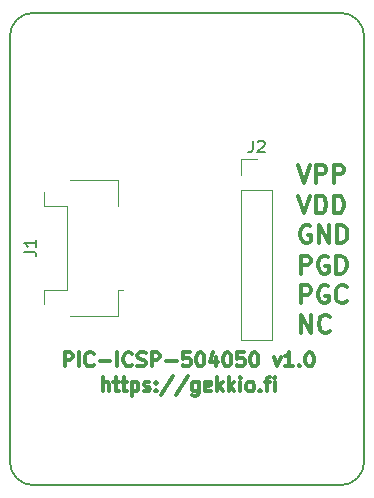
<source format=gbr>
G04 #@! TF.GenerationSoftware,KiCad,Pcbnew,5.1.6-c6e7f7d~86~ubuntu20.04.1*
G04 #@! TF.CreationDate,2020-05-17T01:17:36+03:00*
G04 #@! TF.ProjectId,PIC-ICSP-504050,5049432d-4943-4535-902d-353034303530,v1.0*
G04 #@! TF.SameCoordinates,Original*
G04 #@! TF.FileFunction,Legend,Top*
G04 #@! TF.FilePolarity,Positive*
%FSLAX46Y46*%
G04 Gerber Fmt 4.6, Leading zero omitted, Abs format (unit mm)*
G04 Created by KiCad (PCBNEW 5.1.6-c6e7f7d~86~ubuntu20.04.1) date 2020-05-17 01:17:36*
%MOMM*%
%LPD*%
G01*
G04 APERTURE LIST*
G04 #@! TA.AperFunction,Profile*
%ADD10C,0.150000*%
G04 #@! TD*
%ADD11C,0.300000*%
%ADD12C,0.120000*%
%ADD13C,0.150000*%
G04 APERTURE END LIST*
D10*
X78000000Y-50000000D02*
G75*
G02*
X80000000Y-52000000I0J-2000000D01*
G01*
X80000000Y-88000000D02*
G75*
G02*
X78000000Y-90000000I-2000000J0D01*
G01*
X52000000Y-90000000D02*
G75*
G02*
X50000000Y-88000000I0J2000000D01*
G01*
X50000000Y-52000000D02*
G75*
G02*
X52000000Y-50000000I2000000J0D01*
G01*
D11*
X54635714Y-79942857D02*
X54635714Y-78742857D01*
X55092857Y-78742857D01*
X55207142Y-78800000D01*
X55264285Y-78857142D01*
X55321428Y-78971428D01*
X55321428Y-79142857D01*
X55264285Y-79257142D01*
X55207142Y-79314285D01*
X55092857Y-79371428D01*
X54635714Y-79371428D01*
X55835714Y-79942857D02*
X55835714Y-78742857D01*
X57092857Y-79828571D02*
X57035714Y-79885714D01*
X56864285Y-79942857D01*
X56750000Y-79942857D01*
X56578571Y-79885714D01*
X56464285Y-79771428D01*
X56407142Y-79657142D01*
X56350000Y-79428571D01*
X56350000Y-79257142D01*
X56407142Y-79028571D01*
X56464285Y-78914285D01*
X56578571Y-78800000D01*
X56750000Y-78742857D01*
X56864285Y-78742857D01*
X57035714Y-78800000D01*
X57092857Y-78857142D01*
X57607142Y-79485714D02*
X58521428Y-79485714D01*
X59092857Y-79942857D02*
X59092857Y-78742857D01*
X60350000Y-79828571D02*
X60292857Y-79885714D01*
X60121428Y-79942857D01*
X60007142Y-79942857D01*
X59835714Y-79885714D01*
X59721428Y-79771428D01*
X59664285Y-79657142D01*
X59607142Y-79428571D01*
X59607142Y-79257142D01*
X59664285Y-79028571D01*
X59721428Y-78914285D01*
X59835714Y-78800000D01*
X60007142Y-78742857D01*
X60121428Y-78742857D01*
X60292857Y-78800000D01*
X60350000Y-78857142D01*
X60807142Y-79885714D02*
X60978571Y-79942857D01*
X61264285Y-79942857D01*
X61378571Y-79885714D01*
X61435714Y-79828571D01*
X61492857Y-79714285D01*
X61492857Y-79600000D01*
X61435714Y-79485714D01*
X61378571Y-79428571D01*
X61264285Y-79371428D01*
X61035714Y-79314285D01*
X60921428Y-79257142D01*
X60864285Y-79200000D01*
X60807142Y-79085714D01*
X60807142Y-78971428D01*
X60864285Y-78857142D01*
X60921428Y-78800000D01*
X61035714Y-78742857D01*
X61321428Y-78742857D01*
X61492857Y-78800000D01*
X62007142Y-79942857D02*
X62007142Y-78742857D01*
X62464285Y-78742857D01*
X62578571Y-78800000D01*
X62635714Y-78857142D01*
X62692857Y-78971428D01*
X62692857Y-79142857D01*
X62635714Y-79257142D01*
X62578571Y-79314285D01*
X62464285Y-79371428D01*
X62007142Y-79371428D01*
X63207142Y-79485714D02*
X64121428Y-79485714D01*
X65264285Y-78742857D02*
X64692857Y-78742857D01*
X64635714Y-79314285D01*
X64692857Y-79257142D01*
X64807142Y-79200000D01*
X65092857Y-79200000D01*
X65207142Y-79257142D01*
X65264285Y-79314285D01*
X65321428Y-79428571D01*
X65321428Y-79714285D01*
X65264285Y-79828571D01*
X65207142Y-79885714D01*
X65092857Y-79942857D01*
X64807142Y-79942857D01*
X64692857Y-79885714D01*
X64635714Y-79828571D01*
X66064285Y-78742857D02*
X66178571Y-78742857D01*
X66292857Y-78800000D01*
X66350000Y-78857142D01*
X66407142Y-78971428D01*
X66464285Y-79200000D01*
X66464285Y-79485714D01*
X66407142Y-79714285D01*
X66350000Y-79828571D01*
X66292857Y-79885714D01*
X66178571Y-79942857D01*
X66064285Y-79942857D01*
X65950000Y-79885714D01*
X65892857Y-79828571D01*
X65835714Y-79714285D01*
X65778571Y-79485714D01*
X65778571Y-79200000D01*
X65835714Y-78971428D01*
X65892857Y-78857142D01*
X65950000Y-78800000D01*
X66064285Y-78742857D01*
X67492857Y-79142857D02*
X67492857Y-79942857D01*
X67207142Y-78685714D02*
X66921428Y-79542857D01*
X67664285Y-79542857D01*
X68350000Y-78742857D02*
X68464285Y-78742857D01*
X68578571Y-78800000D01*
X68635714Y-78857142D01*
X68692857Y-78971428D01*
X68750000Y-79200000D01*
X68750000Y-79485714D01*
X68692857Y-79714285D01*
X68635714Y-79828571D01*
X68578571Y-79885714D01*
X68464285Y-79942857D01*
X68350000Y-79942857D01*
X68235714Y-79885714D01*
X68178571Y-79828571D01*
X68121428Y-79714285D01*
X68064285Y-79485714D01*
X68064285Y-79200000D01*
X68121428Y-78971428D01*
X68178571Y-78857142D01*
X68235714Y-78800000D01*
X68350000Y-78742857D01*
X69835714Y-78742857D02*
X69264285Y-78742857D01*
X69207142Y-79314285D01*
X69264285Y-79257142D01*
X69378571Y-79200000D01*
X69664285Y-79200000D01*
X69778571Y-79257142D01*
X69835714Y-79314285D01*
X69892857Y-79428571D01*
X69892857Y-79714285D01*
X69835714Y-79828571D01*
X69778571Y-79885714D01*
X69664285Y-79942857D01*
X69378571Y-79942857D01*
X69264285Y-79885714D01*
X69207142Y-79828571D01*
X70635714Y-78742857D02*
X70750000Y-78742857D01*
X70864285Y-78800000D01*
X70921428Y-78857142D01*
X70978571Y-78971428D01*
X71035714Y-79200000D01*
X71035714Y-79485714D01*
X70978571Y-79714285D01*
X70921428Y-79828571D01*
X70864285Y-79885714D01*
X70750000Y-79942857D01*
X70635714Y-79942857D01*
X70521428Y-79885714D01*
X70464285Y-79828571D01*
X70407142Y-79714285D01*
X70350000Y-79485714D01*
X70350000Y-79200000D01*
X70407142Y-78971428D01*
X70464285Y-78857142D01*
X70521428Y-78800000D01*
X70635714Y-78742857D01*
X72349999Y-79142857D02*
X72635714Y-79942857D01*
X72921428Y-79142857D01*
X74007142Y-79942857D02*
X73321428Y-79942857D01*
X73664285Y-79942857D02*
X73664285Y-78742857D01*
X73549999Y-78914285D01*
X73435714Y-79028571D01*
X73321428Y-79085714D01*
X74521428Y-79828571D02*
X74578571Y-79885714D01*
X74521428Y-79942857D01*
X74464285Y-79885714D01*
X74521428Y-79828571D01*
X74521428Y-79942857D01*
X75321428Y-78742857D02*
X75435714Y-78742857D01*
X75549999Y-78800000D01*
X75607142Y-78857142D01*
X75664285Y-78971428D01*
X75721428Y-79200000D01*
X75721428Y-79485714D01*
X75664285Y-79714285D01*
X75607142Y-79828571D01*
X75549999Y-79885714D01*
X75435714Y-79942857D01*
X75321428Y-79942857D01*
X75207142Y-79885714D01*
X75149999Y-79828571D01*
X75092857Y-79714285D01*
X75035714Y-79485714D01*
X75035714Y-79200000D01*
X75092857Y-78971428D01*
X75149999Y-78857142D01*
X75207142Y-78800000D01*
X75321428Y-78742857D01*
X57864285Y-82042857D02*
X57864285Y-80842857D01*
X58378571Y-82042857D02*
X58378571Y-81414285D01*
X58321428Y-81300000D01*
X58207142Y-81242857D01*
X58035714Y-81242857D01*
X57921428Y-81300000D01*
X57864285Y-81357142D01*
X58778571Y-81242857D02*
X59235714Y-81242857D01*
X58950000Y-80842857D02*
X58950000Y-81871428D01*
X59007142Y-81985714D01*
X59121428Y-82042857D01*
X59235714Y-82042857D01*
X59464285Y-81242857D02*
X59921428Y-81242857D01*
X59635714Y-80842857D02*
X59635714Y-81871428D01*
X59692857Y-81985714D01*
X59807142Y-82042857D01*
X59921428Y-82042857D01*
X60321428Y-81242857D02*
X60321428Y-82442857D01*
X60321428Y-81300000D02*
X60435714Y-81242857D01*
X60664285Y-81242857D01*
X60778571Y-81300000D01*
X60835714Y-81357142D01*
X60892857Y-81471428D01*
X60892857Y-81814285D01*
X60835714Y-81928571D01*
X60778571Y-81985714D01*
X60664285Y-82042857D01*
X60435714Y-82042857D01*
X60321428Y-81985714D01*
X61350000Y-81985714D02*
X61464285Y-82042857D01*
X61692857Y-82042857D01*
X61807142Y-81985714D01*
X61864285Y-81871428D01*
X61864285Y-81814285D01*
X61807142Y-81700000D01*
X61692857Y-81642857D01*
X61521428Y-81642857D01*
X61407142Y-81585714D01*
X61350000Y-81471428D01*
X61350000Y-81414285D01*
X61407142Y-81300000D01*
X61521428Y-81242857D01*
X61692857Y-81242857D01*
X61807142Y-81300000D01*
X62378571Y-81928571D02*
X62435714Y-81985714D01*
X62378571Y-82042857D01*
X62321428Y-81985714D01*
X62378571Y-81928571D01*
X62378571Y-82042857D01*
X62378571Y-81300000D02*
X62435714Y-81357142D01*
X62378571Y-81414285D01*
X62321428Y-81357142D01*
X62378571Y-81300000D01*
X62378571Y-81414285D01*
X63807142Y-80785714D02*
X62778571Y-82328571D01*
X65064285Y-80785714D02*
X64035714Y-82328571D01*
X65978571Y-81242857D02*
X65978571Y-82214285D01*
X65921428Y-82328571D01*
X65864285Y-82385714D01*
X65750000Y-82442857D01*
X65578571Y-82442857D01*
X65464285Y-82385714D01*
X65978571Y-81985714D02*
X65864285Y-82042857D01*
X65635714Y-82042857D01*
X65521428Y-81985714D01*
X65464285Y-81928571D01*
X65407142Y-81814285D01*
X65407142Y-81471428D01*
X65464285Y-81357142D01*
X65521428Y-81300000D01*
X65635714Y-81242857D01*
X65864285Y-81242857D01*
X65978571Y-81300000D01*
X67007142Y-81985714D02*
X66892857Y-82042857D01*
X66664285Y-82042857D01*
X66550000Y-81985714D01*
X66492857Y-81871428D01*
X66492857Y-81414285D01*
X66550000Y-81300000D01*
X66664285Y-81242857D01*
X66892857Y-81242857D01*
X67007142Y-81300000D01*
X67064285Y-81414285D01*
X67064285Y-81528571D01*
X66492857Y-81642857D01*
X67578571Y-82042857D02*
X67578571Y-80842857D01*
X67692857Y-81585714D02*
X68035714Y-82042857D01*
X68035714Y-81242857D02*
X67578571Y-81700000D01*
X68550000Y-82042857D02*
X68550000Y-80842857D01*
X68664285Y-81585714D02*
X69007142Y-82042857D01*
X69007142Y-81242857D02*
X68550000Y-81700000D01*
X69521428Y-82042857D02*
X69521428Y-81242857D01*
X69521428Y-80842857D02*
X69464285Y-80900000D01*
X69521428Y-80957142D01*
X69578571Y-80900000D01*
X69521428Y-80842857D01*
X69521428Y-80957142D01*
X70264285Y-82042857D02*
X70150000Y-81985714D01*
X70092857Y-81928571D01*
X70035714Y-81814285D01*
X70035714Y-81471428D01*
X70092857Y-81357142D01*
X70150000Y-81300000D01*
X70264285Y-81242857D01*
X70435714Y-81242857D01*
X70550000Y-81300000D01*
X70607142Y-81357142D01*
X70664285Y-81471428D01*
X70664285Y-81814285D01*
X70607142Y-81928571D01*
X70550000Y-81985714D01*
X70435714Y-82042857D01*
X70264285Y-82042857D01*
X71178571Y-81928571D02*
X71235714Y-81985714D01*
X71178571Y-82042857D01*
X71121428Y-81985714D01*
X71178571Y-81928571D01*
X71178571Y-82042857D01*
X71578571Y-81242857D02*
X72035714Y-81242857D01*
X71750000Y-82042857D02*
X71750000Y-81014285D01*
X71807142Y-80900000D01*
X71921428Y-80842857D01*
X72035714Y-80842857D01*
X72435714Y-82042857D02*
X72435714Y-81242857D01*
X72435714Y-80842857D02*
X72378571Y-80900000D01*
X72435714Y-80957142D01*
X72492857Y-80900000D01*
X72435714Y-80842857D01*
X72435714Y-80957142D01*
X74652142Y-77078571D02*
X74652142Y-75578571D01*
X75509285Y-77078571D01*
X75509285Y-75578571D01*
X77080714Y-76935714D02*
X77009285Y-77007142D01*
X76795000Y-77078571D01*
X76652142Y-77078571D01*
X76437857Y-77007142D01*
X76295000Y-76864285D01*
X76223571Y-76721428D01*
X76152142Y-76435714D01*
X76152142Y-76221428D01*
X76223571Y-75935714D01*
X76295000Y-75792857D01*
X76437857Y-75650000D01*
X76652142Y-75578571D01*
X76795000Y-75578571D01*
X77009285Y-75650000D01*
X77080714Y-75721428D01*
X74652142Y-74578571D02*
X74652142Y-73078571D01*
X75223571Y-73078571D01*
X75366428Y-73150000D01*
X75437857Y-73221428D01*
X75509285Y-73364285D01*
X75509285Y-73578571D01*
X75437857Y-73721428D01*
X75366428Y-73792857D01*
X75223571Y-73864285D01*
X74652142Y-73864285D01*
X76937857Y-73150000D02*
X76795000Y-73078571D01*
X76580714Y-73078571D01*
X76366428Y-73150000D01*
X76223571Y-73292857D01*
X76152142Y-73435714D01*
X76080714Y-73721428D01*
X76080714Y-73935714D01*
X76152142Y-74221428D01*
X76223571Y-74364285D01*
X76366428Y-74507142D01*
X76580714Y-74578571D01*
X76723571Y-74578571D01*
X76937857Y-74507142D01*
X77009285Y-74435714D01*
X77009285Y-73935714D01*
X76723571Y-73935714D01*
X78509285Y-74435714D02*
X78437857Y-74507142D01*
X78223571Y-74578571D01*
X78080714Y-74578571D01*
X77866428Y-74507142D01*
X77723571Y-74364285D01*
X77652142Y-74221428D01*
X77580714Y-73935714D01*
X77580714Y-73721428D01*
X77652142Y-73435714D01*
X77723571Y-73292857D01*
X77866428Y-73150000D01*
X78080714Y-73078571D01*
X78223571Y-73078571D01*
X78437857Y-73150000D01*
X78509285Y-73221428D01*
X74652142Y-72078571D02*
X74652142Y-70578571D01*
X75223571Y-70578571D01*
X75366428Y-70650000D01*
X75437857Y-70721428D01*
X75509285Y-70864285D01*
X75509285Y-71078571D01*
X75437857Y-71221428D01*
X75366428Y-71292857D01*
X75223571Y-71364285D01*
X74652142Y-71364285D01*
X76937857Y-70650000D02*
X76795000Y-70578571D01*
X76580714Y-70578571D01*
X76366428Y-70650000D01*
X76223571Y-70792857D01*
X76152142Y-70935714D01*
X76080714Y-71221428D01*
X76080714Y-71435714D01*
X76152142Y-71721428D01*
X76223571Y-71864285D01*
X76366428Y-72007142D01*
X76580714Y-72078571D01*
X76723571Y-72078571D01*
X76937857Y-72007142D01*
X77009285Y-71935714D01*
X77009285Y-71435714D01*
X76723571Y-71435714D01*
X77652142Y-72078571D02*
X77652142Y-70578571D01*
X78009285Y-70578571D01*
X78223571Y-70650000D01*
X78366428Y-70792857D01*
X78437857Y-70935714D01*
X78509285Y-71221428D01*
X78509285Y-71435714D01*
X78437857Y-71721428D01*
X78366428Y-71864285D01*
X78223571Y-72007142D01*
X78009285Y-72078571D01*
X77652142Y-72078571D01*
X75437857Y-68050000D02*
X75295000Y-67978571D01*
X75080714Y-67978571D01*
X74866428Y-68050000D01*
X74723571Y-68192857D01*
X74652142Y-68335714D01*
X74580714Y-68621428D01*
X74580714Y-68835714D01*
X74652142Y-69121428D01*
X74723571Y-69264285D01*
X74866428Y-69407142D01*
X75080714Y-69478571D01*
X75223571Y-69478571D01*
X75437857Y-69407142D01*
X75509285Y-69335714D01*
X75509285Y-68835714D01*
X75223571Y-68835714D01*
X76152142Y-69478571D02*
X76152142Y-67978571D01*
X77009285Y-69478571D01*
X77009285Y-67978571D01*
X77723571Y-69478571D02*
X77723571Y-67978571D01*
X78080714Y-67978571D01*
X78295000Y-68050000D01*
X78437857Y-68192857D01*
X78509285Y-68335714D01*
X78580714Y-68621428D01*
X78580714Y-68835714D01*
X78509285Y-69121428D01*
X78437857Y-69264285D01*
X78295000Y-69407142D01*
X78080714Y-69478571D01*
X77723571Y-69478571D01*
X74437857Y-65478571D02*
X74937857Y-66978571D01*
X75437857Y-65478571D01*
X75937857Y-66978571D02*
X75937857Y-65478571D01*
X76295000Y-65478571D01*
X76509285Y-65550000D01*
X76652142Y-65692857D01*
X76723571Y-65835714D01*
X76795000Y-66121428D01*
X76795000Y-66335714D01*
X76723571Y-66621428D01*
X76652142Y-66764285D01*
X76509285Y-66907142D01*
X76295000Y-66978571D01*
X75937857Y-66978571D01*
X77437857Y-66978571D02*
X77437857Y-65478571D01*
X77795000Y-65478571D01*
X78009285Y-65550000D01*
X78152142Y-65692857D01*
X78223571Y-65835714D01*
X78295000Y-66121428D01*
X78295000Y-66335714D01*
X78223571Y-66621428D01*
X78152142Y-66764285D01*
X78009285Y-66907142D01*
X77795000Y-66978571D01*
X77437857Y-66978571D01*
X74437857Y-62878571D02*
X74937857Y-64378571D01*
X75437857Y-62878571D01*
X75937857Y-64378571D02*
X75937857Y-62878571D01*
X76509285Y-62878571D01*
X76652142Y-62950000D01*
X76723571Y-63021428D01*
X76795000Y-63164285D01*
X76795000Y-63378571D01*
X76723571Y-63521428D01*
X76652142Y-63592857D01*
X76509285Y-63664285D01*
X75937857Y-63664285D01*
X77437857Y-64378571D02*
X77437857Y-62878571D01*
X78009285Y-62878571D01*
X78152142Y-62950000D01*
X78223571Y-63021428D01*
X78295000Y-63164285D01*
X78295000Y-63378571D01*
X78223571Y-63521428D01*
X78152142Y-63592857D01*
X78009285Y-63664285D01*
X77437857Y-63664285D01*
D10*
X50000000Y-88000000D02*
X50000000Y-52000000D01*
X52000000Y-90000000D02*
X78000000Y-90000000D01*
X80000000Y-52000000D02*
X80000000Y-88000000D01*
X52000000Y-50000000D02*
X78000000Y-50000000D01*
D12*
X55065000Y-75635000D02*
X59195000Y-75635000D01*
X59195000Y-75635000D02*
X59195000Y-73460000D01*
X59195000Y-73460000D02*
X59595000Y-73460000D01*
X55065000Y-64165000D02*
X59195000Y-64165000D01*
X59195000Y-64165000D02*
X59195000Y-66340000D01*
X52875000Y-74620000D02*
X52875000Y-73465000D01*
X52875000Y-73465000D02*
X54875000Y-73465000D01*
X54875000Y-73465000D02*
X54875000Y-66335000D01*
X54875000Y-66335000D02*
X52875000Y-66335000D01*
X52875000Y-66335000D02*
X52875000Y-65180000D01*
X69570000Y-77730000D02*
X72230000Y-77730000D01*
X69570000Y-64970000D02*
X69570000Y-77730000D01*
X72230000Y-64970000D02*
X72230000Y-77730000D01*
X69570000Y-64970000D02*
X72230000Y-64970000D01*
X69570000Y-63700000D02*
X69570000Y-62370000D01*
X69570000Y-62370000D02*
X70900000Y-62370000D01*
D13*
X51232380Y-70233333D02*
X51946666Y-70233333D01*
X52089523Y-70280952D01*
X52184761Y-70376190D01*
X52232380Y-70519047D01*
X52232380Y-70614285D01*
X52232380Y-69233333D02*
X52232380Y-69804761D01*
X52232380Y-69519047D02*
X51232380Y-69519047D01*
X51375238Y-69614285D01*
X51470476Y-69709523D01*
X51518095Y-69804761D01*
X70566666Y-60822380D02*
X70566666Y-61536666D01*
X70519047Y-61679523D01*
X70423809Y-61774761D01*
X70280952Y-61822380D01*
X70185714Y-61822380D01*
X70995238Y-60917619D02*
X71042857Y-60870000D01*
X71138095Y-60822380D01*
X71376190Y-60822380D01*
X71471428Y-60870000D01*
X71519047Y-60917619D01*
X71566666Y-61012857D01*
X71566666Y-61108095D01*
X71519047Y-61250952D01*
X70947619Y-61822380D01*
X71566666Y-61822380D01*
M02*

</source>
